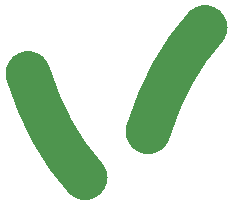
<source format=gbr>
%FSLAX34Y34*%
%MOIN*%
%ADD10C,0.15*%
D10*
G74*
X0Y-2500D02*
G02*
X0Y2500I5000J2500D01*
X-4000Y2500D02*
G03*
X-4000Y-2500I5000J2500D01*
M02*

</source>
